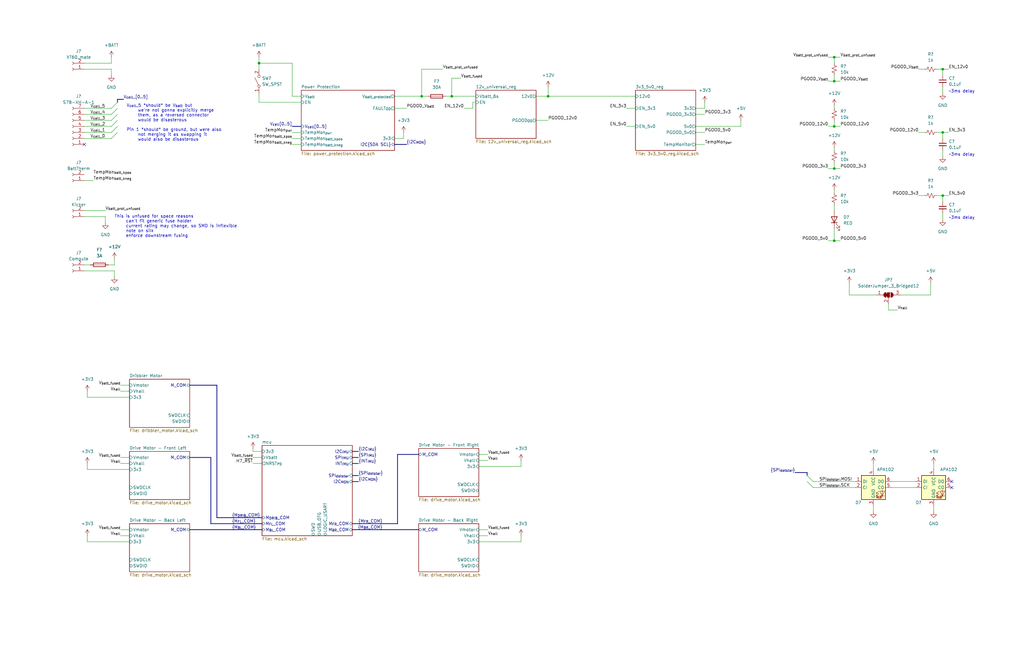
<source format=kicad_sch>
(kicad_sch (version 20210621) (generator eeschema)
  (paper "B")
  (title_block (date "2021-10-02"))
  (lib_symbols
    (symbol "Connector:Conn_01x02_Female" (pin_names (offset 1.016) hide)
      (property "Reference" "J" (at 0 2.54 0))
      (property "Value" "Conn_01x02_Female" (at 0 -5.08 0))
      (symbol "Conn_01x02_Female_1_1"
        (arc (start 0 -2.032) (end 0 -3.048) (radius (at 0 -2.54) (length 0.508) (angles 90.1 -90.1)) (stroke (width 0.1524)))
        (arc (start 0 0.508) (end 0 -0.508) (radius (at 0 0) (length 0.508) (angles 90.1 -90.1)) (stroke (width 0.1524)))
        (polyline (pts (xy -1.27 -2.54) (xy -0.508 -2.54)) (stroke (width 0.1524)))
        (polyline (pts (xy -1.27 0) (xy -0.508 0)) (stroke (width 0.1524)))
        (pin passive line (at -5.08 0 0) (length 3.81) (name "Pin_1") (number "1"))
        (pin passive line (at -5.08 -2.54 0) (length 3.81) (name "Pin_2") (number "2"))
      )
    )
    (symbol "Connector:Conn_01x07_Female" (pin_names (offset 1.016) hide)
      (property "Reference" "J" (at 0 10.16 0))
      (property "Value" "Conn_01x07_Female" (at 0 -10.16 0))
      (symbol "Conn_01x07_Female_1_1"
        (arc (start 0 -7.112) (end 0 -8.128) (radius (at 0 -7.62) (length 0.508) (angles 90.1 -90.1)) (stroke (width 0.1524)))
        (arc (start 0 -4.572) (end 0 -5.588) (radius (at 0 -5.08) (length 0.508) (angles 90.1 -90.1)) (stroke (width 0.1524)))
        (arc (start 0 -2.032) (end 0 -3.048) (radius (at 0 -2.54) (length 0.508) (angles 90.1 -90.1)) (stroke (width 0.1524)))
        (arc (start 0 0.508) (end 0 -0.508) (radius (at 0 0) (length 0.508) (angles 90.1 -90.1)) (stroke (width 0.1524)))
        (arc (start 0 3.048) (end 0 2.032) (radius (at 0 2.54) (length 0.508) (angles 90.1 -90.1)) (stroke (width 0.1524)))
        (arc (start 0 5.588) (end 0 4.572) (radius (at 0 5.08) (length 0.508) (angles 90.1 -90.1)) (stroke (width 0.1524)))
        (arc (start 0 8.128) (end 0 7.112) (radius (at 0 7.62) (length 0.508) (angles 90.1 -90.1)) (stroke (width 0.1524)))
        (polyline (pts (xy -1.27 -7.62) (xy -0.508 -7.62)) (stroke (width 0.1524)))
        (polyline (pts (xy -1.27 -5.08) (xy -0.508 -5.08)) (stroke (width 0.1524)))
        (polyline (pts (xy -1.27 -2.54) (xy -0.508 -2.54)) (stroke (width 0.1524)))
        (polyline (pts (xy -1.27 0) (xy -0.508 0)) (stroke (width 0.1524)))
        (polyline (pts (xy -1.27 2.54) (xy -0.508 2.54)) (stroke (width 0.1524)))
        (polyline (pts (xy -1.27 5.08) (xy -0.508 5.08)) (stroke (width 0.1524)))
        (polyline (pts (xy -1.27 7.62) (xy -0.508 7.62)) (stroke (width 0.1524)))
        (pin passive line (at -5.08 7.62 0) (length 3.81) (name "Pin_1") (number "1"))
        (pin passive line (at -5.08 5.08 0) (length 3.81) (name "Pin_2") (number "2"))
        (pin passive line (at -5.08 2.54 0) (length 3.81) (name "Pin_3") (number "3"))
        (pin passive line (at -5.08 0 0) (length 3.81) (name "Pin_4") (number "4"))
        (pin passive line (at -5.08 -2.54 0) (length 3.81) (name "Pin_5") (number "5"))
        (pin passive line (at -5.08 -5.08 0) (length 3.81) (name "Pin_6") (number "6"))
        (pin passive line (at -5.08 -7.62 0) (length 3.81) (name "Pin_7") (number "7"))
      )
    )
    (symbol "Device:C_Small" (pin_numbers hide) (pin_names (offset 0.254) hide)
      (property "Reference" "C" (at 0.254 1.778 0))
      (property "Value" "C_Small" (at 0.254 -2.032 0))
      (symbol "C_Small_0_1"
        (polyline (pts (xy -1.524 -0.508) (xy 1.524 -0.508)) (stroke (width 0.3302)))
        (polyline (pts (xy -1.524 0.508) (xy 1.524 0.508)) (stroke (width 0.3048)))
      )
      (symbol "C_Small_1_1"
        (pin passive line (at 0 2.54 270) (length 2.032) (name "~") (number "1"))
        (pin passive line (at 0 -2.54 90) (length 2.032) (name "~") (number "2"))
      )
    )
    (symbol "Device:Fuse" (pin_numbers hide) (pin_names (offset 0))
      (property "Reference" "F" (at 2.032 0 90))
      (property "Value" "Fuse" (at -1.905 0 90))
      (symbol "Fuse_0_1"
        (rectangle (start -0.762 -2.54) (end 0.762 2.54) (stroke (width 0.254)))
        (polyline (pts (xy 0 2.54) (xy 0 -2.54)))
      )
      (symbol "Fuse_1_1"
        (pin passive line (at 0 3.81 270) (length 1.27) (name "~") (number "1"))
        (pin passive line (at 0 -3.81 90) (length 1.27) (name "~") (number "2"))
      )
    )
    (symbol "Device:LED" (pin_numbers hide) (pin_names (offset 1.016) hide)
      (property "Reference" "D" (at 0 2.54 0))
      (property "Value" "LED" (at 0 -2.54 0))
      (symbol "LED_0_1"
        (polyline (pts (xy -1.27 -1.27) (xy -1.27 1.27)) (stroke (width 0.254)))
        (polyline (pts (xy -1.27 0) (xy 1.27 0)))
        (polyline (pts (xy 1.27 -1.27) (xy 1.27 1.27) (xy -1.27 0) (xy 1.27 -1.27)) (stroke (width 0.254)))
        (polyline (pts (xy -3.048 -0.762) (xy -4.572 -2.286) (xy -3.81 -2.286) (xy -4.572 -2.286) (xy -4.572 -1.524)))
        (polyline (pts (xy -1.778 -0.762) (xy -3.302 -2.286) (xy -2.54 -2.286) (xy -3.302 -2.286) (xy -3.302 -1.524)))
      )
      (symbol "LED_1_1"
        (pin passive line (at -3.81 0 0) (length 2.54) (name "K") (number "1"))
        (pin passive line (at 3.81 0 180) (length 2.54) (name "A") (number "2"))
      )
    )
    (symbol "Device:R_Small_US" (pin_numbers hide) (pin_names (offset 0.254) hide)
      (property "Reference" "R" (at 0.762 0.508 0))
      (property "Value" "R_Small_US" (at 0.762 -1.016 0))
      (symbol "R_Small_US_1_1"
        (polyline (pts (xy 0 0) (xy 1.016 -0.381) (xy 0 -0.762) (xy -1.016 -1.143) (xy 0 -1.524)))
        (polyline (pts (xy 0 1.524) (xy 1.016 1.143) (xy 0 0.762) (xy -1.016 0.381) (xy 0 0)))
        (pin passive line (at 0 2.54 270) (length 1.016) (name "~") (number "1"))
        (pin passive line (at 0 -2.54 90) (length 1.016) (name "~") (number "2"))
      )
    )
    (symbol "Jumper:SolderJumper_3_Bridged12" (pin_names (offset 0) hide)
      (property "Reference" "JP" (at -2.54 -2.54 0))
      (property "Value" "SolderJumper_3_Bridged12" (at 0 2.794 0))
      (symbol "SolderJumper_3_Bridged12_0_1"
        (arc (start -1.016 1.016) (end -1.016 -1.016) (radius (at -1.016 0) (length 1.016) (angles 90.1 -90.1)))
        (arc (start 1.016 -1.016) (end 1.016 1.016) (radius (at 1.016 0) (length 1.016) (angles -89.9 89.9)))
        (arc (start -1.016 1.016) (end -1.016 -1.016) (radius (at -1.016 0) (length 1.016) (angles 90.1 -90.1)) (fill (type outline)))
        (arc (start 1.016 -1.016) (end 1.016 1.016) (radius (at 1.016 0) (length 1.016) (angles -89.9 89.9)) (fill (type outline)))
        (rectangle (start -1.016 0.508) (end -0.508 -0.508) (fill (type outline)))
        (rectangle (start -0.508 1.016) (end 0.508 -1.016) (fill (type outline)))
        (polyline (pts (xy -2.54 0) (xy -2.032 0)))
        (polyline (pts (xy -1.016 1.016) (xy -1.016 -1.016)))
        (polyline (pts (xy 0 -1.27) (xy 0 -1.016)))
        (polyline (pts (xy 1.016 1.016) (xy 1.016 -1.016)))
        (polyline (pts (xy 2.54 0) (xy 2.032 0)))
      )
      (symbol "SolderJumper_3_Bridged12_1_1"
        (pin passive line (at -5.08 0 0) (length 2.54) (name "A") (number "1"))
        (pin input line (at 0 -3.81 90) (length 2.54) (name "C") (number "2"))
        (pin passive line (at 5.08 0 180) (length 2.54) (name "B") (number "3"))
      )
    )
    (symbol "LED:APA102"
      (property "Reference" "D" (at 5.08 5.715 0))
      (property "Value" "APA102" (at 1.27 -5.715 0))
      (symbol "APA102_0_0"
        (text "RGB" (at 2.286 -4.191 0) (effects (font (size 0.762 0.762))))
      )
      (symbol "APA102_0_1"
        (rectangle (start 5.08 5.08) (end -5.08 -5.08) (stroke (width 0.254)) (fill (type background)))
        (polyline (pts (xy 1.27 -3.556) (xy 1.778 -3.556)))
        (polyline (pts (xy 1.27 -2.54) (xy 1.778 -2.54)))
        (polyline (pts (xy 4.699 -3.556) (xy 2.667 -3.556)))
        (polyline (pts (xy 2.286 -2.54) (xy 1.27 -3.556) (xy 1.27 -3.048)))
        (polyline (pts (xy 2.286 -1.524) (xy 1.27 -2.54) (xy 1.27 -2.032)))
        (polyline (pts (xy 3.683 -1.016) (xy 3.683 -3.556) (xy 3.683 -4.064)))
        (polyline (pts (xy 4.699 -1.524) (xy 2.667 -1.524) (xy 3.683 -3.556) (xy 4.699 -1.524)))
      )
      (symbol "APA102_1_1"
        (pin input line (at -7.62 2.54 0) (length 2.54) (name "DI") (number "1"))
        (pin input line (at -7.62 0 0) (length 2.54) (name "CI") (number "2"))
        (pin power_in line (at 0 -7.62 90) (length 2.54) (name "GND") (number "3"))
        (pin power_in line (at 0 7.62 270) (length 2.54) (name "VCC") (number "4"))
        (pin output line (at 7.62 0 180) (length 2.54) (name "CO") (number "5"))
        (pin output line (at 7.62 2.54 180) (length 2.54) (name "DO") (number "6"))
      )
    )
    (symbol "Switch:SW_SPST" (pin_names (offset 0) hide)
      (property "Reference" "SW" (at 0 3.175 0))
      (property "Value" "SW_SPST" (at 0 -2.54 0))
      (symbol "SW_SPST_0_0"
        (circle (center -2.032 0) (radius 0.508))
        (circle (center 2.032 0) (radius 0.508))
        (polyline (pts (xy -1.524 0.254) (xy 1.524 1.778)))
      )
      (symbol "SW_SPST_1_1"
        (pin passive line (at -5.08 0 0) (length 2.54) (name "A") (number "1"))
        (pin passive line (at 5.08 0 180) (length 2.54) (name "B") (number "2"))
      )
    )
    (symbol "power:+12V" (power) (pin_names (offset 0))
      (property "Value" "+12V" (at 0 3.556 0))
      (symbol "+12V_0_1"
        (polyline (pts (xy -0.762 1.27) (xy 0 2.54)))
        (polyline (pts (xy 0 0) (xy 0 2.54)))
        (polyline (pts (xy 0 2.54) (xy 0.762 1.27)))
      )
      (symbol "+12V_1_1"
        (pin power_in line (at 0 0 90) (length 0) hide (name "+12V") (number "1"))
      )
    )
    (symbol "power:+3.3V" (power) (pin_names (offset 0))
      (property "Value" "+3.3V" (at 0 3.556 0))
      (symbol "+3.3V_0_1"
        (polyline (pts (xy -0.762 1.27) (xy 0 2.54)))
        (polyline (pts (xy 0 0) (xy 0 2.54)))
        (polyline (pts (xy 0 2.54) (xy 0.762 1.27)))
      )
      (symbol "+3.3V_1_1"
        (pin power_in line (at 0 0 90) (length 0) hide (name "+3V3") (number "1"))
      )
    )
    (symbol "power:+5V" (power) (pin_names (offset 0))
      (property "Value" "+5V" (at 0 3.556 0))
      (symbol "+5V_0_1"
        (polyline (pts (xy -0.762 1.27) (xy 0 2.54)))
        (polyline (pts (xy 0 0) (xy 0 2.54)))
        (polyline (pts (xy 0 2.54) (xy 0.762 1.27)))
      )
      (symbol "+5V_1_1"
        (pin power_in line (at 0 0 90) (length 0) hide (name "+5V") (number "1"))
      )
    )
    (symbol "power:+BATT" (power) (pin_names (offset 0))
      (property "Value" "+BATT" (at 0 3.556 0))
      (symbol "+BATT_0_1"
        (polyline (pts (xy -0.762 1.27) (xy 0 2.54)))
        (polyline (pts (xy 0 0) (xy 0 2.54)))
        (polyline (pts (xy 0 2.54) (xy 0.762 1.27)))
      )
      (symbol "+BATT_1_1"
        (pin power_in line (at 0 0 90) (length 0) hide (name "+BATT") (number "1"))
      )
    )
    (symbol "power:GND" (power) (pin_names (offset 0))
      (property "Value" "GND" (at 0 -3.81 0))
      (symbol "GND_0_1"
        (polyline (pts (xy 0 0) (xy 0 -1.27) (xy 1.27 -1.27) (xy 0 -2.54) (xy -1.27 -1.27) (xy 0 -1.27)))
      )
      (symbol "GND_1_1"
        (pin power_in line (at 0 0 270) (length 0) hide (name "GND") (number "1"))
      )
    )
  )
  (bus_alias "M_{DRIB}_COM" (members "M_{DRIB}_COM.RX" "M_{DRIB}_COM.TX" "M_{DRIB}_COM.BOOT0" "M_{DRIB}_COM.~{RST}"))
  (bus_alias "M_{FL}_COM" (members "M_{FL}_COM.RX" "M_{FL}_COM.TX" "M_{FL}_COM.BOOT0" "M_{FL}_COM.~{RST}"))
  (bus_alias "I2C_{MON}" (members "I2C_{MON}.SDA" "I2C_{MON}.SCL"))
  (bus_alias "M_{BL}_COM" (members "M_{BL}_COM.RX" "M_{BL}_COM.TX" "M_{BL}_COM.BOOT0" "M_{BL}_COM.~{RST}"))
  (bus_alias "M_{FR}_COM" (members "M_{FR}_COM.RX" "M_{FR}_COM.TX" "M_{FR}_COM.BOOT0" "M_{FR}_COM.~{RST}"))
  (bus_alias "INT_{IMU}" (members "INT_{IMU}.INT1" "INT_{IMU}.INT2"))
  (bus_alias "M_{BR}_COM" (members "M_{BR}_COM.RX" "M_{BR}_COM.TX" "M_{BR}_COM.BOOT0" "M_{BR}_COM.~{RST}"))
  (bus_alias "SPI_{dotstar}" (members "SPI_{dotstar}.SCK" "SPI_{dotstar}.MOSI"))
  (bus_alias "SPI_{IMU}" (members "SPI_{IMU}.SCK" "SPI_{IMU}.MOSI" "SPI_{IMU}.MISO" "SPI_{IMU}.~{SS1}" "SPI_{IMU}.~{SS2}"))
  (bus_alias "I2C_{IMU}" (members "I2C_{IMU}.SDA" "I2C_{IMU}.SCL"))
  (junction (at 109.22 26.67) (diameter 0.9144))
  (junction (at 177.8 40.64) (diameter 0.9144))
  (junction (at 190.5 40.64) (diameter 0.9144))
  (junction (at 231.14 40.64) (diameter 0.9144))
  (junction (at 351.79 24.13) (diameter 0.9144))
  (junction (at 351.79 34.29) (diameter 0.9144))
  (junction (at 351.79 53.34) (diameter 0.9144))
  (junction (at 351.79 71.12) (diameter 0.9144))
  (junction (at 351.79 101.6) (diameter 0.9144))
  (junction (at 397.51 29.21) (diameter 0.9144))
  (junction (at 397.51 55.88) (diameter 0.9144))
  (junction (at 397.51 82.55) (diameter 0.9144))
  (no_connect (at 35.56 60.96))
  (no_connect (at 401.32 203.2))
  (no_connect (at 401.32 205.74))
  (bus_entry (at 49.53 43.18) (size -2.54 2.54))
  (bus_entry (at 49.53 45.72) (size -2.54 2.54))
  (bus_entry (at 49.53 48.26) (size -2.54 2.54))
  (bus_entry (at 49.53 50.8) (size -2.54 2.54))
  (bus_entry (at 49.53 53.34) (size -2.54 2.54))
  (bus_entry (at 49.53 55.88) (size -2.54 2.54))
  (bus_entry (at 340.36 200.66) (size 2.54 2.54))
  (bus_entry (at 340.36 203.2) (size 2.54 2.54))
  (wire (pts (xy 35.56 26.67) (xy 46.99 26.67)))
  (wire (pts (xy 35.56 29.21) (xy 46.99 29.21)))
  (wire (pts (xy 35.56 45.72) (xy 46.99 45.72)))
  (wire (pts (xy 35.56 48.26) (xy 46.99 48.26)))
  (wire (pts (xy 35.56 50.8) (xy 46.99 50.8)))
  (wire (pts (xy 35.56 53.34) (xy 46.99 53.34)))
  (wire (pts (xy 35.56 55.88) (xy 46.99 55.88)))
  (wire (pts (xy 35.56 58.42) (xy 46.99 58.42)))
  (wire (pts (xy 35.56 76.2) (xy 39.37 76.2)))
  (wire (pts (xy 35.56 88.9) (xy 44.45 88.9)))
  (wire (pts (xy 35.56 91.44) (xy 44.45 91.44)))
  (wire (pts (xy 35.56 111.76) (xy 38.1 111.76)))
  (wire (pts (xy 35.56 114.3) (xy 48.26 114.3)))
  (wire (pts (xy 36.83 165.1) (xy 36.83 167.64)))
  (wire (pts (xy 36.83 167.64) (xy 54.61 167.64)))
  (wire (pts (xy 36.83 195.58) (xy 36.83 198.12)))
  (wire (pts (xy 36.83 198.12) (xy 54.61 198.12)))
  (wire (pts (xy 36.83 226.06) (xy 36.83 228.6)))
  (wire (pts (xy 36.83 228.6) (xy 54.61 228.6)))
  (wire (pts (xy 44.45 91.44) (xy 44.45 93.98)))
  (wire (pts (xy 45.72 111.76) (xy 48.26 111.76)))
  (wire (pts (xy 46.99 26.67) (xy 46.99 24.13)))
  (wire (pts (xy 46.99 29.21) (xy 46.99 31.75)))
  (wire (pts (xy 48.26 111.76) (xy 48.26 109.22)))
  (wire (pts (xy 48.26 114.3) (xy 48.26 116.84)))
  (wire (pts (xy 50.8 162.56) (xy 54.61 162.56)))
  (wire (pts (xy 50.8 165.1) (xy 54.61 165.1)))
  (wire (pts (xy 50.8 193.04) (xy 54.61 193.04)))
  (wire (pts (xy 50.8 195.58) (xy 54.61 195.58)))
  (wire (pts (xy 50.8 223.52) (xy 54.61 223.52)))
  (wire (pts (xy 50.8 226.06) (xy 54.61 226.06)))
  (wire (pts (xy 106.68 189.23) (xy 106.68 190.5)))
  (wire (pts (xy 106.68 190.5) (xy 110.49 190.5)))
  (wire (pts (xy 106.68 193.04) (xy 110.49 193.04)))
  (wire (pts (xy 106.68 195.58) (xy 110.49 195.58)))
  (wire (pts (xy 109.22 24.13) (xy 109.22 26.67)))
  (wire (pts (xy 109.22 26.67) (xy 109.22 29.21)))
  (wire (pts (xy 109.22 39.37) (xy 109.22 43.18)))
  (wire (pts (xy 109.22 43.18) (xy 127 43.18)))
  (wire (pts (xy 123.19 26.67) (xy 109.22 26.67)))
  (wire (pts (xy 123.19 40.64) (xy 123.19 26.67)))
  (wire (pts (xy 123.19 55.88) (xy 127 55.88)))
  (wire (pts (xy 123.19 58.42) (xy 127 58.42)))
  (wire (pts (xy 123.19 60.96) (xy 127 60.96)))
  (wire (pts (xy 127 40.64) (xy 123.19 40.64)))
  (wire (pts (xy 166.37 40.64) (xy 177.8 40.64)))
  (wire (pts (xy 166.37 45.72) (xy 171.45 45.72)))
  (wire (pts (xy 166.37 58.42) (xy 170.18 58.42)))
  (wire (pts (xy 170.18 58.42) (xy 170.18 55.88)))
  (wire (pts (xy 177.8 29.21) (xy 186.69 29.21)))
  (wire (pts (xy 177.8 40.64) (xy 177.8 29.21)))
  (wire (pts (xy 177.8 40.64) (xy 180.34 40.64)))
  (wire (pts (xy 187.96 40.64) (xy 190.5 40.64)))
  (wire (pts (xy 190.5 33.02) (xy 194.31 33.02)))
  (wire (pts (xy 190.5 40.64) (xy 190.5 33.02)))
  (wire (pts (xy 190.5 40.64) (xy 200.66 40.64)))
  (wire (pts (xy 195.58 45.72) (xy 199.39 45.72)))
  (wire (pts (xy 199.39 43.18) (xy 200.66 43.18)))
  (wire (pts (xy 199.39 45.72) (xy 199.39 43.18)))
  (wire (pts (xy 205.74 191.77) (xy 201.93 191.77)))
  (wire (pts (xy 205.74 194.31) (xy 201.93 194.31)))
  (wire (pts (xy 205.74 223.52) (xy 201.93 223.52)))
  (wire (pts (xy 205.74 226.06) (xy 201.93 226.06)))
  (wire (pts (xy 219.71 194.31) (xy 219.71 196.85)))
  (wire (pts (xy 219.71 196.85) (xy 201.93 196.85)))
  (wire (pts (xy 219.71 226.06) (xy 219.71 228.6)))
  (wire (pts (xy 219.71 228.6) (xy 201.93 228.6)))
  (wire (pts (xy 226.06 40.64) (xy 231.14 40.64)))
  (wire (pts (xy 226.06 50.8) (xy 231.14 50.8)))
  (wire (pts (xy 231.14 36.83) (xy 231.14 40.64)))
  (wire (pts (xy 231.14 40.64) (xy 267.97 40.64)))
  (wire (pts (xy 264.16 45.72) (xy 267.97 45.72)))
  (wire (pts (xy 264.16 53.34) (xy 267.97 53.34)))
  (wire (pts (xy 293.37 45.72) (xy 297.18 45.72)))
  (wire (pts (xy 293.37 48.26) (xy 297.18 48.26)))
  (wire (pts (xy 293.37 53.34) (xy 312.42 53.34)))
  (wire (pts (xy 293.37 55.88) (xy 297.18 55.88)))
  (wire (pts (xy 293.37 60.96) (xy 297.18 60.96)))
  (wire (pts (xy 297.18 45.72) (xy 297.18 43.18)))
  (wire (pts (xy 312.42 53.34) (xy 312.42 50.8)))
  (wire (pts (xy 342.9 203.2) (xy 360.68 203.2)))
  (wire (pts (xy 342.9 205.74) (xy 360.68 205.74)))
  (wire (pts (xy 349.25 24.13) (xy 351.79 24.13)))
  (wire (pts (xy 349.25 34.29) (xy 351.79 34.29)))
  (wire (pts (xy 349.25 53.34) (xy 351.79 53.34)))
  (wire (pts (xy 349.25 71.12) (xy 351.79 71.12)))
  (wire (pts (xy 349.25 101.6) (xy 351.79 101.6)))
  (wire (pts (xy 351.79 24.13) (xy 351.79 26.67)))
  (wire (pts (xy 351.79 24.13) (xy 354.33 24.13)))
  (wire (pts (xy 351.79 31.75) (xy 351.79 34.29)))
  (wire (pts (xy 351.79 34.29) (xy 354.33 34.29)))
  (wire (pts (xy 351.79 44.45) (xy 351.79 45.72)))
  (wire (pts (xy 351.79 50.8) (xy 351.79 53.34)))
  (wire (pts (xy 351.79 53.34) (xy 354.33 53.34)))
  (wire (pts (xy 351.79 62.23) (xy 351.79 63.5)))
  (wire (pts (xy 351.79 68.58) (xy 351.79 71.12)))
  (wire (pts (xy 351.79 71.12) (xy 354.33 71.12)))
  (wire (pts (xy 351.79 80.01) (xy 351.79 81.28)))
  (wire (pts (xy 351.79 86.36) (xy 351.79 88.9)))
  (wire (pts (xy 351.79 96.52) (xy 351.79 101.6)))
  (wire (pts (xy 351.79 101.6) (xy 354.33 101.6)))
  (wire (pts (xy 358.14 119.38) (xy 358.14 124.46)))
  (wire (pts (xy 358.14 124.46) (xy 369.57 124.46)))
  (wire (pts (xy 368.3 195.58) (xy 368.3 198.12)))
  (wire (pts (xy 368.3 213.36) (xy 368.3 215.9)))
  (wire (pts (xy 374.65 128.27) (xy 374.65 130.81)))
  (wire (pts (xy 374.65 130.81) (xy 378.46 130.81)))
  (wire (pts (xy 375.92 203.2) (xy 386.08 203.2)))
  (wire (pts (xy 375.92 205.74) (xy 386.08 205.74)))
  (wire (pts (xy 379.73 124.46) (xy 392.43 124.46)))
  (wire (pts (xy 387.35 29.21) (xy 389.89 29.21)))
  (wire (pts (xy 387.35 55.88) (xy 389.89 55.88)))
  (wire (pts (xy 387.35 82.55) (xy 389.89 82.55)))
  (wire (pts (xy 392.43 124.46) (xy 392.43 119.38)))
  (wire (pts (xy 393.7 195.58) (xy 393.7 198.12)))
  (wire (pts (xy 393.7 213.36) (xy 393.7 215.9)))
  (wire (pts (xy 394.97 29.21) (xy 397.51 29.21)))
  (wire (pts (xy 394.97 55.88) (xy 397.51 55.88)))
  (wire (pts (xy 394.97 82.55) (xy 397.51 82.55)))
  (wire (pts (xy 397.51 29.21) (xy 397.51 31.75)))
  (wire (pts (xy 397.51 29.21) (xy 400.05 29.21)))
  (wire (pts (xy 397.51 36.83) (xy 397.51 39.37)))
  (wire (pts (xy 397.51 55.88) (xy 397.51 58.42)))
  (wire (pts (xy 397.51 55.88) (xy 400.05 55.88)))
  (wire (pts (xy 397.51 63.5) (xy 397.51 66.04)))
  (wire (pts (xy 397.51 82.55) (xy 397.51 85.09)))
  (wire (pts (xy 397.51 82.55) (xy 400.05 82.55)))
  (wire (pts (xy 397.51 90.17) (xy 397.51 92.71)))
  (bus (pts (xy 49.53 41.91) (xy 49.53 55.88)))
  (bus (pts (xy 52.07 41.91) (xy 49.53 41.91)))
  (bus (pts (xy 80.01 162.56) (xy 91.44 162.56)))
  (bus (pts (xy 80.01 223.52) (xy 110.49 223.52)))
  (bus (pts (xy 88.9 193.04) (xy 80.01 193.04)))
  (bus (pts (xy 88.9 220.98) (xy 88.9 193.04)))
  (bus (pts (xy 91.44 162.56) (xy 91.44 218.44)))
  (bus (pts (xy 91.44 218.44) (xy 110.49 218.44)))
  (bus (pts (xy 110.49 220.98) (xy 88.9 220.98)))
  (bus (pts (xy 123.19 53.34) (xy 127 53.34)))
  (bus (pts (xy 148.59 190.5) (xy 151.13 190.5)))
  (bus (pts (xy 148.59 193.04) (xy 151.13 193.04)))
  (bus (pts (xy 148.59 195.58) (xy 151.13 195.58)))
  (bus (pts (xy 148.59 200.66) (xy 151.13 200.66)))
  (bus (pts (xy 148.59 203.2) (xy 151.13 203.2)))
  (bus (pts (xy 148.59 220.98) (xy 167.64 220.98)))
  (bus (pts (xy 148.59 223.52) (xy 176.53 223.52)))
  (bus (pts (xy 166.37 60.96) (xy 171.45 60.96)))
  (bus (pts (xy 167.64 191.77) (xy 176.53 191.77)))
  (bus (pts (xy 167.64 220.98) (xy 167.64 191.77)))
  (bus (pts (xy 335.28 199.39) (xy 340.36 199.39)))
  (bus (pts (xy 340.36 199.39) (xy 340.36 203.2)))
  (text "This is unfused for space reasons\n	can't fit generic fuse holder\n	current rating may change, so SMD is inflexible\n	note on silk\n	enforce downstream fusing" (at 48.26 100.33 0) (effects (font (size 1.27 1.27)) (justify left bottom)))
  (text "V_{cell}_5 *should* be V_{batt} but \n	we're not gonna explicitly merge \n	them, as a reversed connector \n	would be disasterous\n\nPin 1 *should* be ground, but were also\n	not merging it as swapping it\n	would also be disasterous" (at 53.34 59.69 0) (effects (font (size 1.27 1.27)) (justify left bottom)))
  (text "~3ms delay" (at 400.05 39.37 0) (effects (font (size 1.27 1.27)) (justify left bottom)))
  (text "~3ms delay" (at 400.05 66.04 0) (effects (font (size 1.27 1.27)) (justify left bottom)))
  (text "~3ms delay" (at 400.05 92.71 0) (effects (font (size 1.27 1.27)) (justify left bottom)))
  (label "V_{cell}_5" (at 38.1 45.72 0))
  (label "V_{cell}_4" (at 38.1 48.26 0))
  (label "V_{cell}_3" (at 38.1 50.8 0))
  (label "V_{cell}_2" (at 38.1 53.34 0))
  (label "V_{cell}_1" (at 38.1 55.88 0))
  (label "V_{cell}_0" (at 38.1 58.42 0))
  (label "TempMon_{batt_kpos}" (at 39.37 73.66 0))
  (label "TempMon_{batt_kneg}" (at 39.37 76.2 0))
  (label "V_{batt_prot_unfused}" (at 44.45 88.9 0))
  (label "V_{batt_fused}" (at 50.8 162.56 180))
  (label "V_{hall}" (at 50.8 165.1 180))
  (label "V_{batt_fused}" (at 50.8 193.04 180))
  (label "V_{hall}" (at 50.8 195.58 180))
  (label "V_{batt_fused}" (at 50.8 223.52 180))
  (label "V_{hall}" (at 50.8 226.06 180))
  (label "V_{cell}_[0..5]" (at 52.07 41.91 0))
  (label "{M_{DRIB}_COM}" (at 97.79 218.44 0))
  (label "{M_{FL}_COM}" (at 97.79 220.98 0))
  (label "{M_{BL}_COM}" (at 97.79 223.52 0))
  (label "V_{batt_fused}" (at 106.68 193.04 180))
  (label "H7_~{RST}" (at 106.68 195.58 180))
  (label "V_{cell}[0..5]" (at 123.19 53.34 180))
  (label "TempMon_{pwr}" (at 123.19 55.88 180))
  (label "TempMon_{batt_kpos}" (at 123.19 58.42 180))
  (label "TempMon_{batt_kneg}" (at 123.19 60.96 180))
  (label "{I2C_{IMU}}" (at 151.13 190.5 0))
  (label "{SPI_{IMU}}" (at 151.13 193.04 0))
  (label "{INT_{IMU}}" (at 151.13 195.58 0))
  (label "{SPI_{dotstar}}" (at 151.13 200.66 0))
  (label "{I2C_{MON}}" (at 151.13 203.2 0))
  (label "{M_{FR}_COM}" (at 161.29 220.98 180))
  (label "{M_{BR}_COM}" (at 161.29 223.52 180))
  (label "PGOOD_V_{batt}" (at 171.45 45.72 0))
  (label "{I2C_{MON}}" (at 171.45 60.96 0))
  (label "V_{batt_prot_unfused}" (at 186.69 29.21 0))
  (label "V_{batt_fused}" (at 194.31 33.02 0))
  (label "EN_12v0" (at 195.58 45.72 180))
  (label "V_{batt_fused}" (at 205.74 191.77 0))
  (label "V_{hall}" (at 205.74 194.31 0))
  (label "V_{batt_fused}" (at 205.74 223.52 0))
  (label "V_{hall}" (at 205.74 226.06 0))
  (label "PGOOD_12v0" (at 231.14 50.8 0))
  (label "EN_3v3" (at 264.16 45.72 180))
  (label "EN_5v0" (at 264.16 53.34 180))
  (label "PGOOD_3v3" (at 297.18 48.26 0))
  (label "PGOOD_5v0" (at 297.18 55.88 0))
  (label "TempMon_{pwr}" (at 297.18 60.96 0))
  (label "{SPI_{dotstar}}" (at 335.28 199.39 180))
  (label "SPI_{dotstar}.MOSI" (at 345.44 203.2 0))
  (label "SPI_{dotstar}.SCK" (at 345.44 205.74 0))
  (label "V_{batt_prot_unfused}" (at 349.25 24.13 180))
  (label "PGOOD_V_{batt}" (at 349.25 34.29 180))
  (label "PGOOD_12v0" (at 349.25 53.34 180))
  (label "PGOOD_3v3" (at 349.25 71.12 180))
  (label "PGOOD_5v0" (at 349.25 101.6 180))
  (label "V_{batt_prot_unfused}" (at 354.33 24.13 0))
  (label "PGOOD_V_{batt}" (at 354.33 34.29 0))
  (label "PGOOD_12v0" (at 354.33 53.34 0))
  (label "PGOOD_3v3" (at 354.33 71.12 0))
  (label "PGOOD_5v0" (at 354.33 101.6 0))
  (label "V_{hall}" (at 378.46 130.81 0))
  (label "PGOOD_V_{batt}" (at 387.35 29.21 180))
  (label "PGOOD_12v0" (at 387.35 55.88 180))
  (label "PGOOD_3v3" (at 387.35 82.55 180))
  (label "EN_12v0" (at 400.05 29.21 0))
  (label "EN_3v3" (at 400.05 55.88 0))
  (label "EN_5v0" (at 400.05 82.55 0))
  (symbol (lib_id "power:+3.3V") (at 36.83 165.1 0) (unit 1)
    (property "Reference" "#PWR?" (effects hide))
    (property "Value" "+3.3V" (at 36.83 160.02 0))
  )
  (symbol (lib_id "power:+3.3V") (at 36.83 195.58 0) (unit 1)
    (property "Reference" "#PWR?" (effects hide))
    (property "Value" "+3.3V" (at 36.83 190.5 0))
  )
  (symbol (lib_id "power:+3.3V") (at 36.83 226.06 0) (unit 1)
    (property "Reference" "#PWR?" (effects hide))
    (property "Value" "+3.3V" (at 36.83 220.98 0))
  )
  (symbol (lib_id "power:+BATT") (at 46.99 24.13 0) (unit 1)
    (property "Reference" "#PWR?" (effects hide))
    (property "Value" "+BATT" (at 46.99 19.05 0))
  )
  (symbol (lib_id "power:+12V") (at 48.26 109.22 0) (unit 1)
    (property "Reference" "#PWR?" (effects hide))
    (property "Value" "+12V" (at 48.26 104.14 0))
  )
  (symbol (lib_id "power:+3.3V") (at 106.68 189.23 0) (unit 1)
    (property "Reference" "#PWR?" (effects hide))
    (property "Value" "+3.3V" (at 106.68 184.15 0))
  )
  (symbol (lib_id "power:+BATT") (at 109.22 24.13 0) (unit 1)
    (property "Reference" "#PWR?" (effects hide))
    (property "Value" "+BATT" (at 109.22 19.05 0))
  )
  (symbol (lib_id "power:+3.3V") (at 170.18 55.88 0) (unit 1)
    (property "Reference" "#PWR?" (effects hide))
    (property "Value" "+3.3V" (at 170.18 50.8 0))
  )
  (symbol (lib_id "power:+3.3V") (at 219.71 194.31 0) (mirror y) (unit 1)
    (property "Reference" "#PWR?" (effects hide))
    (property "Value" "+3.3V" (at 219.71 189.23 0))
  )
  (symbol (lib_id "power:+3.3V") (at 219.71 226.06 0) (mirror y) (unit 1)
    (property "Reference" "#PWR?" (effects hide))
    (property "Value" "+3.3V" (at 219.71 220.98 0))
  )
  (symbol (lib_id "power:+12V") (at 231.14 36.83 0) (unit 1)
    (property "Reference" "#PWR?" (effects hide))
    (property "Value" "+12V" (at 231.14 31.75 0))
  )
  (symbol (lib_id "power:+3.3V") (at 297.18 43.18 0) (unit 1)
    (property "Reference" "#PWR?" (effects hide))
    (property "Value" "+3.3V" (at 297.18 38.1 0))
  )
  (symbol (lib_id "power:+5V") (at 312.42 50.8 0) (unit 1)
    (property "Reference" "#PWR?" (effects hide))
    (property "Value" "+5V" (at 312.42 45.72 0))
  )
  (symbol (lib_id "power:+12V") (at 351.79 44.45 0) (unit 1)
    (property "Reference" "#PWR?" (effects hide))
    (property "Value" "+12V" (at 351.79 39.37 0))
  )
  (symbol (lib_id "power:+12V") (at 351.79 62.23 0) (unit 1)
    (property "Reference" "#PWR?" (effects hide))
    (property "Value" "+12V" (at 351.79 57.15 0))
  )
  (symbol (lib_id "power:+12V") (at 351.79 80.01 0) (unit 1)
    (property "Reference" "#PWR?" (effects hide))
    (property "Value" "+12V" (at 351.79 74.93 0))
  )
  (symbol (lib_id "power:+3.3V") (at 358.14 119.38 0) (unit 1)
    (property "Reference" "#PWR?" (effects hide))
    (property "Value" "+3.3V" (at 358.14 114.3 0))
  )
  (symbol (lib_id "power:+5V") (at 368.3 195.58 0) (unit 1)
    (property "Reference" "#PWR?" (effects hide))
    (property "Value" "+5V" (at 368.3 190.5 0))
  )
  (symbol (lib_id "power:+5V") (at 392.43 119.38 0) (unit 1)
    (property "Reference" "#PWR?" (effects hide))
    (property "Value" "+5V" (at 392.43 114.3 0))
  )
  (symbol (lib_id "power:+5V") (at 393.7 195.58 0) (unit 1)
    (property "Reference" "#PWR?" (effects hide))
    (property "Value" "+5V" (at 393.7 190.5 0))
  )
  (symbol (lib_id "power:GND") (at 44.45 93.98 0) (unit 1)
    (property "Reference" "#PWR?" (effects hide))
    (property "Value" "GND" (at 44.45 99.06 0))
  )
  (symbol (lib_id "power:GND") (at 46.99 31.75 0) (unit 1)
    (property "Reference" "#PWR?" (effects hide))
    (property "Value" "GND" (at 46.99 36.83 0))
  )
  (symbol (lib_id "power:GND") (at 48.26 116.84 0) (unit 1)
    (property "Reference" "#PWR?" (effects hide))
    (property "Value" "GND" (at 48.26 121.92 0))
  )
  (symbol (lib_id "power:GND") (at 368.3 215.9 0) (unit 1)
    (property "Reference" "#PWR?" (effects hide))
    (property "Value" "GND" (at 368.3 220.98 0))
  )
  (symbol (lib_id "power:GND") (at 393.7 215.9 0) (unit 1)
    (property "Reference" "#PWR?" (effects hide))
    (property "Value" "GND" (at 393.7 220.98 0))
  )
  (symbol (lib_id "power:GND") (at 397.51 39.37 0) (unit 1)
    (property "Reference" "#PWR?" (effects hide))
    (property "Value" "GND" (at 397.51 44.45 0))
  )
  (symbol (lib_id "power:GND") (at 397.51 66.04 0) (unit 1)
    (property "Reference" "#PWR?" (effects hide))
    (property "Value" "GND" (at 397.51 71.12 0))
  )
  (symbol (lib_id "power:GND") (at 397.51 92.71 0) (unit 1)
    (property "Reference" "#PWR?" (effects hide))
    (property "Value" "GND" (at 397.51 97.79 0))
  )
  (symbol (lib_id "Device:R_Small_US") (at 351.79 29.21 0) (unit 1)
    (property "Reference" "R?" (at 354.33 27.9399 0) (effects (justify left)))
    (property "Value" "10k" (at 354.33 30.4799 0) (effects (justify left)))
  )
  (symbol (lib_id "Device:R_Small_US") (at 351.79 48.26 0) (unit 1)
    (property "Reference" "R?" (at 354.33 46.9899 0) (effects (justify left)))
    (property "Value" "10k" (at 354.33 49.5299 0) (effects (justify left)))
  )
  (symbol (lib_id "Device:R_Small_US") (at 351.79 66.04 0) (unit 1)
    (property "Reference" "R?" (at 354.33 64.7699 0) (effects (justify left)))
    (property "Value" "10k" (at 354.33 67.3099 0) (effects (justify left)))
  )
  (symbol (lib_id "Device:R_Small_US") (at 351.79 83.82 0) (unit 1)
    (property "Reference" "R?" (at 354.33 82.5499 0) (effects (justify left)))
    (property "Value" "10k" (at 354.33 85.0899 0) (effects (justify left)))
  )
  (symbol (lib_id "Device:R_Small_US") (at 392.43 29.21 90) (unit 1)
    (property "Reference" "R?" (at 392.43 22.86 90))
    (property "Value" "1k" (at 392.43 25.4 90))
  )
  (symbol (lib_id "Device:R_Small_US") (at 392.43 55.88 90) (unit 1)
    (property "Reference" "R?" (at 392.43 49.53 90))
    (property "Value" "1k" (at 392.43 52.07 90))
  )
  (symbol (lib_id "Device:R_Small_US") (at 392.43 82.55 90) (unit 1)
    (property "Reference" "R?" (at 392.43 76.2 90))
    (property "Value" "1k" (at 392.43 78.74 90))
  )
  (symbol (lib_id "Device:Fuse") (at 41.91 111.76 90) (unit 1)
    (property "Reference" "F?" (at 41.91 105.41 90))
    (property "Value" "3A" (at 41.91 107.95 90))
  )
  (symbol (lib_id "Device:Fuse") (at 184.15 40.64 90) (unit 1)
    (property "Reference" "F?" (at 184.15 34.29 90))
    (property "Value" "30A" (at 184.15 36.83 90))
    (property "Datasheet" "https://www.digikey.com/en/products/detail/keystone-electronics/3557-2/2137305" (effects hide))
  )
  (symbol (lib_id "Device:C_Small") (at 397.51 34.29 0) (unit 1)
    (property "Reference" "C?" (at 400.05 33.0199 0) (effects (justify left)))
    (property "Value" "0.1uF" (at 400.05 35.5599 0) (effects (justify left)))
  )
  (symbol (lib_id "Device:C_Small") (at 397.51 60.96 0) (unit 1)
    (property "Reference" "C?" (at 400.05 59.6899 0) (effects (justify left)))
    (property "Value" "0.1uF" (at 400.05 62.2299 0) (effects (justify left)))
  )
  (symbol (lib_id "Device:C_Small") (at 397.51 87.63 0) (unit 1)
    (property "Reference" "C?" (at 400.05 86.3599 0) (effects (justify left)))
    (property "Value" "0.1uF" (at 400.05 88.8999 0) (effects (justify left)))
  )
  (symbol (lib_id "Connector:Conn_01x02_Female") (at 30.48 29.21 180) (unit 1)
    (property "Reference" "J?" (at 33.1724 21.59 0))
    (property "Value" "XT60_mate" (at 33.1724 24.13 0))
  )
  (symbol (lib_id "Connector:Conn_01x02_Female") (at 30.48 76.2 180) (unit 1)
    (property "Reference" "J?" (at 33.1724 68.58 0))
    (property "Value" "BattTherm" (at 33.1724 71.12 0))
  )
  (symbol (lib_id "Connector:Conn_01x02_Female") (at 30.48 91.44 180) (unit 1)
    (property "Reference" "J?" (at 33.1724 83.82 0))
    (property "Value" "Kicker" (at 33.1724 86.36 0))
  )
  (symbol (lib_id "Connector:Conn_01x02_Female") (at 30.48 114.3 180) (unit 1)
    (property "Reference" "J?" (at 33.1724 106.68 0))
    (property "Value" "Compute" (at 33.1724 109.22 0))
  )
  (symbol (lib_id "Switch:SW_SPST") (at 109.22 34.29 90) (unit 1)
    (property "Reference" "SW?" (at 110.49 33.0199 90) (effects (justify right)))
    (property "Value" "SW_SPST" (at 110.49 35.5599 90) (effects (justify right)))
  )
  (symbol (lib_id "Device:LED") (at 351.79 92.71 90) (unit 1)
    (property "Reference" "D?" (at 355.6 91.6304 90) (effects (justify right)))
    (property "Value" "RED" (at 355.6 94.1704 90) (effects (justify right)))
  )
  (symbol (lib_id "Jumper:SolderJumper_3_Bridged12") (at 374.65 124.46 0) (unit 1)
    (property "Reference" "JP?" (at 374.65 118.11 0))
    (property "Value" "SolderJumper_3_Bridged12" (at 374.65 120.65 0))
  )
  (symbol (lib_id "Connector:Conn_01x07_Female") (at 30.48 53.34 180) (unit 1)
    (property "Reference" "J?" (at 33.1724 40.64 0))
    (property "Value" "S7B-XH-A-1" (at 33.1724 43.18 0))
    (property "Datasheet" "https://www.digikey.com/en/products/detail/jst-sales-america-inc/S7B-XH-A-1-LF-SN/9961926" (effects hide))
  )
  (symbol (lib_id "LED:APA102") (at 368.3 205.74 0) (unit 1)
    (property "Reference" "D?" (at 361.95 212.09 0))
    (property "Value" "APA102" (at 373.38 198.12 0))
    (property "Footprint" "LED_SMD:LED_RGB_5050-6" (effects hide))
    (property "Datasheet" "http://www.led-color.com/upload/201506/APA102%20LED.pdf" (effects hide))
  )
  (symbol (lib_id "LED:APA102") (at 393.7 205.74 0) (unit 1)
    (property "Reference" "D?" (at 387.35 212.09 0))
    (property "Value" "APA102" (at 400.05 198.12 0))
    (property "Footprint" "LED_SMD:LED_RGB_5050-6" (effects hide))
    (property "Datasheet" "http://www.led-color.com/upload/201506/APA102%20LED.pdf" (effects hide))
  )
  (sheet (at 200.66 38.1) (size 25.4 20.32) (stroke (width 0.1524))
    (property "Sheet name" "12v_universal_reg" (at 200.66 37.3884 0) (effects (justify left bottom)))
    (property "Sheet file" "12v_universal_reg.kicad_sch" (at 200.66 59.0046 0) (effects (justify left top)))
    (pin "PGOOD_{OD}" output (at 226.06 50.8 0))
    (pin "EN" input (at 200.66 43.18 180))
    (pin "Vbatt_6s" input (at 200.66 40.64 180))
    (pin "12v0" output (at 226.06 40.64 0))
  )
  (sheet (at 267.97 38.1) (size 25.4 25.4) (stroke (width 0.1524))
    (property "Sheet name" "3v3_5v0_reg" (at 267.97 37.3884 0) (effects (justify left bottom)))
    (property "Sheet file" "3v3_5v0_reg.kicad_sch" (at 267.97 64.0846 0) (effects (justify left top)))
    (pin "PGOOD_5v0" output (at 293.37 55.88 0))
    (pin "PGOOD_3v3" output (at 293.37 48.26 0))
    (pin "EN_3v3" input (at 267.97 45.72 180))
    (pin "EN_5v0" input (at 267.97 53.34 180))
    (pin "TempMonitor" output (at 293.37 60.96 0))
    (pin "12v0" input (at 267.97 40.64 180))
    (pin "5v0" output (at 293.37 53.34 0))
    (pin "3v3" output (at 293.37 45.72 0))
  )
  (sheet (at 54.61 160.02) (size 25.4 20.32) (stroke (width 0.1524))
    (property "Sheet name" "Dribbler Motor" (at 54.61 159.3084 0) (effects (justify left bottom)))
    (property "Sheet file" "dribbler_motor.kicad_sch" (at 54.61 180.9246 0) (effects (justify left top)))
    (pin "SWDCLK" input (at 80.01 175.26 0))
    (pin "SWDIO" bidirectional (at 80.01 177.8 0))
    (pin "3v3" input (at 54.61 167.64 180))
    (pin "Vmotor" input (at 54.61 162.56 180))
    (pin "Vhall" input (at 54.61 165.1 180))
    (pin "M_COM" bidirectional (at 80.01 162.56 0))
  )
  (sheet (at 54.61 220.98) (size 25.4 20.32) (stroke (width 0.1524))
    (property "Sheet name" "Drive Motor - Back Left" (at 54.61 220.2684 0) (effects (justify left bottom)))
    (property "Sheet file" "drive_motor.kicad_sch" (at 54.61 241.8846 0) (effects (justify left top)))
    (pin "3v3" input (at 54.61 228.6 180))
    (pin "SWDCLK" input (at 54.61 236.22 180))
    (pin "SWDIO" bidirectional (at 54.61 238.76 180))
    (pin "Vhall" input (at 54.61 226.06 180))
    (pin "Vmotor" input (at 54.61 223.52 180))
    (pin "M_COM" bidirectional (at 80.01 223.52 0))
  )
  (sheet (at 176.53 220.98) (size 25.4 20.32) (stroke (width 0.1524))
    (property "Sheet name" "Drive Motor - Back Right" (at 176.53 220.2684 0) (effects (justify left bottom)))
    (property "Sheet file" "drive_motor.kicad_sch" (at 176.53 241.8846 0) (effects (justify left top)))
    (pin "3v3" input (at 201.93 228.6 0))
    (pin "SWDCLK" input (at 201.93 236.22 0))
    (pin "SWDIO" bidirectional (at 201.93 238.76 0))
    (pin "Vhall" input (at 201.93 226.06 0))
    (pin "Vmotor" input (at 201.93 223.52 0))
    (pin "M_COM" bidirectional (at 176.53 223.52 180))
  )
  (sheet (at 54.61 190.5) (size 25.4 20.32) (stroke (width 0.1524))
    (property "Sheet name" "Drive Motor - Front Left" (at 54.61 189.7884 0) (effects (justify left bottom)))
    (property "Sheet file" "drive_motor.kicad_sch" (at 54.61 211.4046 0) (effects (justify left top)))
    (pin "3v3" input (at 54.61 198.12 180))
    (pin "SWDCLK" input (at 54.61 205.74 180))
    (pin "SWDIO" bidirectional (at 54.61 208.28 180))
    (pin "Vhall" input (at 54.61 195.58 180))
    (pin "Vmotor" input (at 54.61 193.04 180))
    (pin "M_COM" bidirectional (at 80.01 193.04 0))
  )
  (sheet (at 176.53 189.23) (size 25.4 20.32) (stroke (width 0.1524))
    (property "Sheet name" "Drive Motor - Front Right" (at 176.53 188.5184 0) (effects (justify left bottom)))
    (property "Sheet file" "drive_motor.kicad_sch" (at 176.53 210.1346 0) (effects (justify left top)))
    (pin "3v3" input (at 201.93 196.85 0))
    (pin "SWDCLK" input (at 201.93 204.47 0))
    (pin "SWDIO" bidirectional (at 201.93 207.01 0))
    (pin "Vhall" input (at 201.93 194.31 0))
    (pin "Vmotor" input (at 201.93 191.77 0))
    (pin "M_COM" bidirectional (at 176.53 191.77 180))
  )
  (sheet (at 127 38.1) (size 39.37 25.4) (stroke (width 0.1524))
    (property "Sheet name" "Power Protection" (at 127 37.3884 0) (effects (justify left bottom)))
    (property "Sheet file" "power_protection.kicad_sch" (at 127 64.0846 0) (effects (justify left top)))
    (pin "V_{batt}" input (at 127 40.64 180))
    (pin "TempMon_{pwr}" input (at 127 55.88 180))
    (pin "V_{cell}[0..5]" input (at 127 53.34 180))
    (pin "EN" input (at 127 43.18 180))
    (pin "V_{batt_protected}" output (at 166.37 40.64 0))
    (pin "FAULT_{OD}" passive (at 166.37 45.72 0))
    (pin "I2C{SDA SCL}" bidirectional (at 166.37 60.96 0))
    (pin "TempMon_{batt_kpos}" input (at 127 58.42 180))
    (pin "TempMon_{batt_kneg}" input (at 127 60.96 180))
    (pin "3v3" input (at 166.37 58.42 0))
  )
  (sheet (at 110.49 187.96) (size 38.1 38.1) (stroke (width 0.1524))
    (property "Sheet name" "mcu" (at 110.49 187.2484 0) (effects (justify left bottom)))
    (property "Sheet file" "mcu.kicad_sch" (at 110.49 226.6446 0) (effects (justify left top)))
    (pin "I2C_{IMU}" bidirectional (at 148.59 190.5 0))
    (pin "M_{FR}_COM" bidirectional (at 148.59 220.98 0))
    (pin "M_{BL}_COM" bidirectional (at 110.49 223.52 180))
    (pin "M_{BR}_COM" bidirectional (at 148.59 223.52 0))
    (pin "I2C_{MON}" bidirectional (at 148.59 203.2 0))
    (pin "SWD" bidirectional (at 132.08 226.06 270))
    (pin "USB_OTG" bidirectional (at 134.62 226.06 270))
    (pin "M_{DRIB}_COM" bidirectional (at 110.49 218.44 180))
    (pin "3v3" input (at 110.49 190.5 180))
    (pin "Vbatt" input (at 110.49 193.04 180))
    (pin "NRST_{PD}" output (at 110.49 195.58 180))
    (pin "LOGIC_USART" bidirectional (at 137.16 226.06 270))
    (pin "SPI_{IMU}" bidirectional (at 148.59 193.04 0))
    (pin "M_{FL}_COM" bidirectional (at 110.49 220.98 180))
    (pin "SPI_{dotstar}" input (at 148.59 200.66 0))
    (pin "INT_{IMU}" input (at 148.59 195.58 0))
  )
)
</source>
